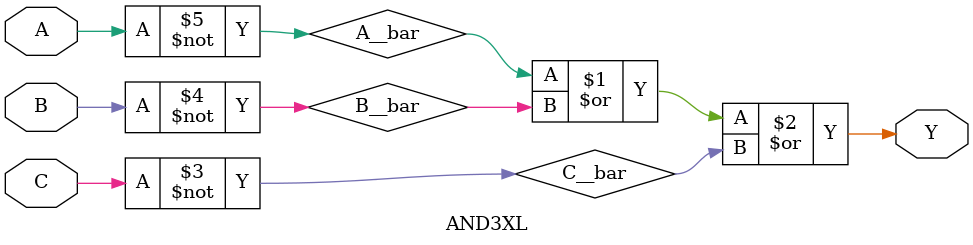
<source format=v>
`timescale 1ns/10ps
`celldefine
module AND3XL (Y, A, B, C);
	output Y;
	input A, B, C;

	// Function
	wire A__bar, B__bar, C__bar;

	not (C__bar, C);
	not (B__bar, B);
	not (A__bar, A);
	or (Y, A__bar, B__bar, C__bar);

	// Timing
	specify
		(A => Y) = 0;
		(B => Y) = 0;
		(C => Y) = 0;
	endspecify
endmodule
`endcelldefine


</source>
